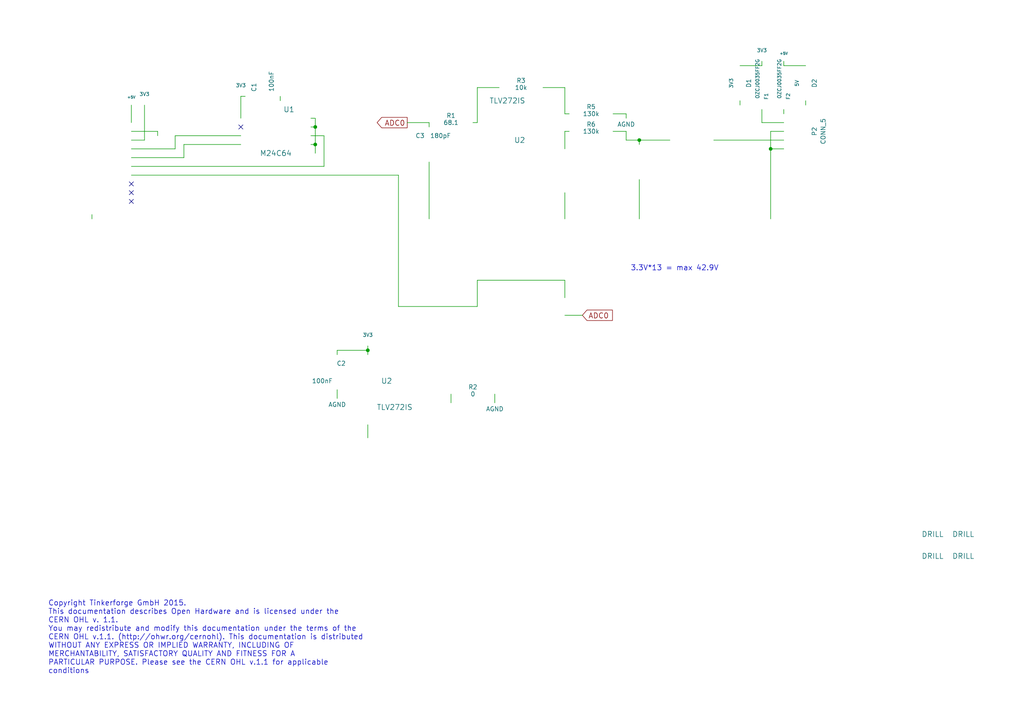
<source format=kicad_sch>
(kicad_sch (version 20230121) (generator eeschema)
  (paper "A4")
  (title_block (title "Analog IN") (date "9 mar 2015") (rev "2.0") (company "Tinkerforge GmbH") (comment 1 "Licensed under CERN OHL v.1.1") (comment 2 "Copyright (©) 2015, B.Nordmeyer <bastian@tinkerforge.com>"))
  (lib_symbols)
  (junction (at 91.44 41.91))
  (junction (at 106.68 101.6))
  (junction (at 223.52 43.18))
  (junction (at 91.44 36.83))
  (junction (at 185.42 40.64))
  (no_connect (at 38.1 53.34))
  (no_connect (at 69.85 36.83))
  (no_connect (at 38.1 55.88))
  (no_connect (at 38.1 58.42))
  (wire (pts (xy 138.43 81.28) (xy 138.43 88.9)))
  (wire (pts (xy 223.52 43.18) (xy 223.52 38.1)))
  (wire (pts (xy 26.67 63.5) (xy 26.67 62.23)))
  (wire (pts (xy 81.28 29.21) (xy 81.28 27.94)))
  (wire (pts (xy 93.98 48.26) (xy 38.1 48.26)))
  (wire (pts (xy 177.8 33.02) (xy 181.61 33.02)))
  (wire (pts (xy 227.33 19.05) (xy 233.68 19.05)))
  (wire (pts (xy 45.72 38.1) (xy 45.72 39.37)))
  (wire (pts (xy 118.11 35.56) (xy 124.46 35.56)))
  (wire (pts (xy 181.61 33.02) (xy 181.61 34.29)))
  (wire (pts (xy 138.43 35.56) (xy 138.43 25.4)))
  (wire (pts (xy 90.17 39.37) (xy 93.98 39.37)))
  (wire (pts (xy 220.98 35.56) (xy 220.98 31.75)))
  (wire (pts (xy 41.91 40.64) (xy 41.91 30.48)))
  (wire (pts (xy 115.57 88.9) (xy 138.43 88.9)))
  (wire (pts (xy 130.81 116.84) (xy 130.81 114.3)))
  (wire (pts (xy 223.52 38.1) (xy 227.33 38.1)))
  (wire (pts (xy 163.83 63.5) (xy 163.83 55.88)))
  (wire (pts (xy 185.42 52.07) (xy 185.42 63.5)))
  (wire (pts (xy 227.33 43.18) (xy 223.52 43.18)))
  (wire (pts (xy 106.68 101.6) (xy 97.79 101.6)))
  (wire (pts (xy 165.1 33.02) (xy 163.83 33.02)))
  (wire (pts (xy 220.98 19.05) (xy 220.98 17.78)))
  (wire (pts (xy 97.79 113.03) (xy 97.79 115.57)))
  (wire (pts (xy 91.44 41.91) (xy 91.44 36.83)))
  (wire (pts (xy 38.1 35.56) (xy 38.1 30.48)))
  (wire (pts (xy 143.51 116.84) (xy 143.51 114.3)))
  (wire (pts (xy 163.83 81.28) (xy 138.43 81.28)))
  (wire (pts (xy 115.57 50.8) (xy 115.57 88.9)))
  (wire (pts (xy 38.1 40.64) (xy 41.91 40.64)))
  (wire (pts (xy 233.68 30.48) (xy 233.68 29.21)))
  (wire (pts (xy 91.44 36.83) (xy 91.44 34.29)))
  (wire (pts (xy 138.43 25.4) (xy 144.78 25.4)))
  (wire (pts (xy 163.83 38.1) (xy 163.83 43.18)))
  (wire (pts (xy 223.52 63.5) (xy 223.52 43.18)))
  (wire (pts (xy 227.33 33.02) (xy 227.33 31.75)))
  (wire (pts (xy 53.34 41.91) (xy 69.85 41.91)))
  (wire (pts (xy 227.33 35.56) (xy 220.98 35.56)))
  (wire (pts (xy 69.85 27.94) (xy 69.85 34.29)))
  (wire (pts (xy 50.8 39.37) (xy 50.8 43.18)))
  (wire (pts (xy 50.8 43.18) (xy 38.1 43.18)))
  (wire (pts (xy 91.44 36.83) (xy 90.17 36.83)))
  (wire (pts (xy 106.68 123.19) (xy 106.68 127)))
  (wire (pts (xy 91.44 44.45) (xy 91.44 41.91)))
  (wire (pts (xy 207.01 40.64) (xy 227.33 40.64)))
  (wire (pts (xy 185.42 41.91) (xy 185.42 40.64)))
  (wire (pts (xy 124.46 35.56) (xy 124.46 36.83)))
  (wire (pts (xy 165.1 38.1) (xy 163.83 38.1)))
  (wire (pts (xy 163.83 33.02) (xy 163.83 25.4)))
  (wire (pts (xy 69.85 39.37) (xy 50.8 39.37)))
  (wire (pts (xy 91.44 41.91) (xy 90.17 41.91)))
  (wire (pts (xy 181.61 40.64) (xy 185.42 40.64)))
  (wire (pts (xy 163.83 91.44) (xy 168.91 91.44)))
  (wire (pts (xy 106.68 101.6) (xy 106.68 100.33)))
  (wire (pts (xy 97.79 101.6) (xy 97.79 102.87)))
  (wire (pts (xy 93.98 39.37) (xy 93.98 48.26)))
  (wire (pts (xy 214.63 30.48) (xy 214.63 29.21)))
  (wire (pts (xy 38.1 45.72) (xy 53.34 45.72)))
  (wire (pts (xy 91.44 34.29) (xy 90.17 34.29)))
  (wire (pts (xy 227.33 19.05) (xy 227.33 17.78)))
  (wire (pts (xy 163.83 25.4) (xy 157.48 25.4)))
  (wire (pts (xy 163.83 86.36) (xy 163.83 81.28)))
  (wire (pts (xy 137.16 35.56) (xy 138.43 35.56)))
  (wire (pts (xy 181.61 38.1) (xy 177.8 38.1)))
  (wire (pts (xy 106.68 102.87) (xy 106.68 101.6)))
  (wire (pts (xy 53.34 45.72) (xy 53.34 41.91)))
  (wire (pts (xy 181.61 40.64) (xy 181.61 38.1)))
  (wire (pts (xy 220.98 19.05) (xy 214.63 19.05)))
  (wire (pts (xy 71.12 27.94) (xy 69.85 27.94)))
  (wire (pts (xy 185.42 40.64) (xy 194.31 40.64)))
  (wire (pts (xy 38.1 38.1) (xy 45.72 38.1)))
  (wire (pts (xy 38.1 50.8) (xy 115.57 50.8)))
  (wire (pts (xy 124.46 63.5) (xy 124.46 46.99)))
  (text "Copyright Tinkerforge GmbH 2015.\nThis documentation describes Open Hardware and is licensed under the\nCERN OHL v. 1.1.\nYou may redistribute and modify this documentation under the terms of the\nCERN OHL v.1.1. (http://ohwr.org/cernohl). This documentation is distributed\nWITHOUT ANY EXPRESS OR IMPLIED WARRANTY, INCLUDING OF\nMERCHANTABILITY, SATISFACTORY QUALITY AND FITNESS FOR A\nPARTICULAR PURPOSE. Please see the CERN OHL v.1.1 for applicable\nconditions\n" (at 13.97 195.58 0) (effects (font (size 1.524 1.524)) (justify left bottom)))
  (text "3.3V*13 = max 42.9V" (at 182.88 78.74 0) (effects (font (size 1.524 1.524)) (justify left bottom)))
  (global_label "ADC0" (shape input) (at 168.91 91.44 0) (effects (font (size 1.524 1.524))) (property "Intersheetrefs" "${INTERSHEET_REFS}" (effects hide)))
  (global_label "ADC0" (shape output) (at 118.11 35.56 180) (effects (font (size 1.524 1.524))) (property "Intersheetrefs" "${INTERSHEET_REFS}" (effects hide)))
  (symbol (lib_id "CAT24C") (at 80.01 44.45 0) (mirror y) (unit 1)
    (property "Reference" "U1" (at 83.82 31.75 0) (effects (font (size 1.524 1.524))))
    (property "Value" "M24C64" (at 80.01 44.45 0) (effects (font (size 1.524 1.524))))
    (property "Footprint" "kicad-libraries:SOIC8" (effects hide))
  )
  (symbol (lib_id "CON-SENSOR") (at 26.67 46.99 0) (mirror y) (unit 1)
    (property "Reference" "P1" (at 21.59 33.02 0) (effects (font (size 1.524 1.524))))
    (property "Value" "CON-SENSOR" (at 21.59 46.99 90) (effects (font (size 1.524 1.524))))
    (property "Footprint" "kicad-libraries:CON-SENSOR" (effects hide))
  )
  (symbol (lib_id "3V3") (at 41.91 30.48 0) (unit 1)
    (property "Reference" "#PWR3" (effects hide))
    (property "Value" "3V3" (at 41.91 27.305 0) (effects (font (size 1.016 1.016))))
  )
  (symbol (lib_id "3V3") (at 69.85 27.94 0) (unit 1)
    (property "Reference" "#PWR5" (effects hide))
    (property "Value" "3V3" (at 69.85 24.765 0) (effects (font (size 1.016 1.016))))
  )
  (symbol (lib_id "GND") (at 91.44 44.45 0) (unit 1)
    (property "Reference" "#PWR7" (effects hide))
    (property "Value" "GND" (effects hide))
  )
  (symbol (lib_id "GND") (at 81.28 29.21 0) (unit 1)
    (property "Reference" "#PWR6" (effects hide))
    (property "Value" "GND" (effects hide))
  )
  (symbol (lib_id "C") (at 76.2 27.94 90) (unit 1)
    (property "Reference" "C1" (at 73.66 26.67 0) (effects (justify left)))
    (property "Value" "100nF" (at 78.74 26.67 0) (effects (justify left)))
    (property "Footprint" "kicad-libraries:C0603" (effects hide))
  )
  (symbol (lib_id "GND") (at 45.72 39.37 0) (unit 1)
    (property "Reference" "#PWR4" (effects hide))
    (property "Value" "GND" (effects hide))
  )
  (symbol (lib_id "DRILL") (at 279.4 161.29 0) (unit 1)
    (property "Reference" "U6" (effects hide))
    (property "Value" "DRILL" (at 279.4 161.29 0) (effects (font (size 1.524 1.524))))
    (property "Footprint" "kicad-libraries:DRILL_NP" (effects hide))
  )
  (symbol (lib_id "DRILL") (at 279.4 154.94 0) (unit 1)
    (property "Reference" "U5" (effects hide))
    (property "Value" "DRILL" (at 279.4 154.94 0) (effects (font (size 1.524 1.524))))
    (property "Footprint" "kicad-libraries:DRILL_NP" (effects hide))
  )
  (symbol (lib_id "DRILL") (at 270.51 154.94 0) (unit 1)
    (property "Reference" "U3" (effects hide))
    (property "Value" "DRILL" (at 270.51 154.94 0) (effects (font (size 1.524 1.524))))
    (property "Footprint" "kicad-libraries:DRILL_NP" (effects hide))
  )
  (symbol (lib_id "DRILL") (at 270.51 161.29 0) (unit 1)
    (property "Reference" "U4" (effects hide))
    (property "Value" "DRILL" (at 270.51 161.29 0) (effects (font (size 1.524 1.524))))
    (property "Footprint" "kicad-libraries:DRILL_NP" (effects hide))
  )
  (symbol (lib_id "GND") (at 26.67 63.5 0) (unit 1)
    (property "Reference" "#PWR1" (effects hide))
    (property "Value" "GND" (effects hide))
  )
  (symbol (lib_id "TLV272") (at 106.68 113.03 0) (unit 3)
    (property "Reference" "U2" (at 110.49 110.49 0) (effects (font (size 1.524 1.524)) (justify left)))
    (property "Value" "TLV272IS" (at 109.22 118.11 0) (effects (font (size 1.524 1.524)) (justify left)))
    (property "Footprint" "kicad-libraries:SOIC8" (effects hide))
  )
  (symbol (lib_id "TLV272") (at 151.13 35.56 180) (unit 1)
    (property "Reference" "U2" (at 152.4 40.64 0) (effects (font (size 1.524 1.524)) (justify left)))
    (property "Value" "TLV272IS" (at 152.4 29.21 0) (effects (font (size 1.524 1.524)) (justify left)))
    (property "Footprint" "kicad-libraries:SOIC8" (effects hide))
  )
  (symbol (lib_id "R") (at 171.45 38.1 90) (unit 1)
    (property "Reference" "R6" (at 171.45 36.068 90))
    (property "Value" "130k" (at 171.45 38.1 90))
    (property "Footprint" "kicad-libraries:R0603" (effects hide))
  )
  (symbol (lib_id "R") (at 171.45 33.02 90) (unit 1)
    (property "Reference" "R5" (at 171.45 30.988 90))
    (property "Value" "130k" (at 171.45 33.02 90))
    (property "Footprint" "kicad-libraries:R0603" (effects hide))
  )
  (symbol (lib_id "R") (at 151.13 25.4 90) (unit 1)
    (property "Reference" "R3" (at 151.13 23.368 90))
    (property "Value" "10k" (at 151.13 25.4 90))
    (property "Footprint" "kicad-libraries:R0603" (effects hide))
  )
  (symbol (lib_id "C") (at 185.42 46.99 180) (unit 1)
    (property "Reference" "C4" (at 184.15 44.45 0) (effects (justify left)))
    (property "Value" "15pF" (at 191.77 44.45 0) (effects (justify left)))
    (property "Footprint" "kicad-libraries:C0603" (effects hide))
  )
  (symbol (lib_id "AGND") (at 185.42 63.5 0) (unit 1)
    (property "Reference" "#PWR16" (effects hide))
    (property "Value" "AGND" (at 185.42 65.278 0))
  )
  (symbol (lib_id "R") (at 200.66 40.64 90) (unit 1)
    (property "Reference" "R7" (at 200.66 38.608 90))
    (property "Value" "10" (at 200.66 40.64 90))
    (property "Footprint" "kicad-libraries:R0603" (effects hide))
  )
  (symbol (lib_id "R") (at 130.81 35.56 90) (unit 1)
    (property "Reference" "R1" (at 130.81 33.528 90))
    (property "Value" "68.1" (at 130.81 35.56 90))
    (property "Footprint" "kicad-libraries:R0603" (effects hide))
  )
  (symbol (lib_id "C") (at 124.46 41.91 180) (unit 1)
    (property "Reference" "C3" (at 123.19 39.37 0) (effects (justify left)))
    (property "Value" "180pF" (at 130.81 39.37 0) (effects (justify left)))
    (property "Footprint" "kicad-libraries:C0603" (effects hide))
  )
  (symbol (lib_id "AGND") (at 124.46 63.5 0) (unit 1)
    (property "Reference" "#PWR11" (effects hide))
    (property "Value" "AGND" (at 124.46 65.278 0))
  )
  (symbol (lib_id "TLV272") (at 151.13 88.9 180) (unit 2)
    (property "Reference" "U2" (at 152.4 93.98 0) (effects (font (size 1.524 1.524)) (justify left)))
    (property "Value" "TLV272IS" (at 156.21 82.55 0) (effects (font (size 1.524 1.524)) (justify left)))
    (property "Footprint" "kicad-libraries:SOIC8" (effects hide))
  )
  (symbol (lib_id "C") (at 97.79 107.95 180) (unit 1)
    (property "Reference" "C2" (at 100.33 105.41 0) (effects (justify left)))
    (property "Value" "100nF" (at 96.52 110.49 0) (effects (justify left)))
    (property "Footprint" "kicad-libraries:C0603" (effects hide))
  )
  (symbol (lib_id "AGND") (at 97.79 115.57 0) (unit 1)
    (property "Reference" "#PWR8" (effects hide))
    (property "Value" "AGND" (at 97.79 117.348 0))
  )
  (symbol (lib_id "AGND") (at 106.68 127 0) (unit 1)
    (property "Reference" "#PWR10" (effects hide))
    (property "Value" "AGND" (at 106.68 128.778 0))
  )
  (symbol (lib_id "3V3") (at 106.68 100.33 0) (unit 1)
    (property "Reference" "#PWR9" (effects hide))
    (property "Value" "3V3" (at 106.68 97.155 0) (effects (font (size 1.016 1.016))))
  )
  (symbol (lib_id "+5V") (at 38.1 30.48 0) (unit 1)
    (property "Reference" "#PWR2" (effects hide))
    (property "Value" "+5V" (at 38.1 28.194 0) (effects (font (size 0.762 0.762))))
  )
  (symbol (lib_id "+5V") (at 227.33 17.78 0) (unit 1)
    (property "Reference" "#PWR20" (effects hide))
    (property "Value" "+5V" (at 227.33 15.494 0) (effects (font (size 0.762 0.762))))
  )
  (symbol (lib_id "3V3") (at 220.98 17.78 0) (unit 1)
    (property "Reference" "#PWR18" (effects hide))
    (property "Value" "3V3" (at 220.98 14.605 0) (effects (font (size 1.016 1.016))))
  )
  (symbol (lib_id "R") (at 137.16 114.3 90) (unit 1)
    (property "Reference" "R2" (at 137.16 112.268 90))
    (property "Value" "0" (at 137.16 114.3 90))
    (property "Footprint" "kicad-libraries:R0603" (effects hide))
  )
  (symbol (lib_id "AGND") (at 143.51 116.84 0) (unit 1)
    (property "Reference" "#PWR13" (effects hide))
    (property "Value" "AGND" (at 143.51 118.618 0))
  )
  (symbol (lib_id "GND") (at 130.81 116.84 0) (unit 1)
    (property "Reference" "#PWR12" (effects hide))
    (property "Value" "GND" (effects hide))
  )
  (symbol (lib_id "AGND") (at 181.61 34.29 0) (unit 1)
    (property "Reference" "#PWR15" (effects hide))
    (property "Value" "AGND" (at 181.61 36.068 0))
  )
  (symbol (lib_id "R") (at 163.83 49.53 0) (unit 1)
    (property "Reference" "R4" (at 165.862 49.53 90))
    (property "Value" "10k" (at 163.83 49.53 90))
    (property "Footprint" "kicad-libraries:R0603" (effects hide))
  )
  (symbol (lib_id "AGND") (at 163.83 63.5 0) (unit 1)
    (property "Reference" "#PWR14" (effects hide))
    (property "Value" "AGND" (at 163.83 65.278 0))
  )
  (symbol (lib_id "AGND") (at 223.52 63.5 0) (unit 1)
    (property "Reference" "#PWR19" (effects hide))
    (property "Value" "AGND" (at 223.52 65.278 0))
  )
  (symbol (lib_id "CONN_5") (at 237.49 38.1 0) (mirror x) (unit 1)
    (property "Reference" "P2" (at 236.22 38.1 90))
    (property "Value" "CONN_5" (at 238.76 38.1 90))
    (property "Footprint" "kicad-libraries:AKL_5_5" (effects hide))
  )
  (symbol (lib_id "FUSE") (at 227.33 25.4 270) (unit 1)
    (property "Reference" "F2" (at 228.6 27.94 0) (effects (font (size 1.016 1.016))))
    (property "Value" "OZCJ0035FF2G" (at 226.06 22.86 0) (effects (font (size 1.016 1.016))))
    (property "Footprint" "kicad-libraries:F1206" (effects hide))
  )
  (symbol (lib_id "FUSE") (at 220.98 25.4 270) (unit 1)
    (property "Reference" "F1" (at 222.25 27.94 0) (effects (font (size 1.016 1.016))))
    (property "Value" "OZCJ0035FF2G" (at 219.71 22.86 0) (effects (font (size 1.016 1.016))))
    (property "Footprint" "kicad-libraries:F1206" (effects hide))
  )
  (symbol (lib_id "ZENER") (at 233.68 24.13 270) (unit 1)
    (property "Reference" "D2" (at 236.22 24.13 0))
    (property "Value" "5V" (at 231.14 24.13 0) (effects (font (size 1.016 1.016))))
    (property "Footprint" "kicad-libraries:MiniMelf" (effects hide))
  )
  (symbol (lib_id "ZENER") (at 214.63 24.13 270) (unit 1)
    (property "Reference" "D1" (at 217.17 24.13 0))
    (property "Value" "3V3" (at 212.09 24.13 0) (effects (font (size 1.016 1.016))))
    (property "Footprint" "kicad-libraries:MiniMelf" (effects hide))
  )
  (symbol (lib_id "GND") (at 233.68 30.48 0) (unit 1)
    (property "Reference" "#PWR21" (effects hide))
    (property "Value" "GND" (effects hide))
  )
  (symbol (lib_id "GND") (at 214.63 30.48 0) (unit 1)
    (property "Reference" "#PWR17" (effects hide))
    (property "Value" "GND" (effects hide))
  )
)
</source>
